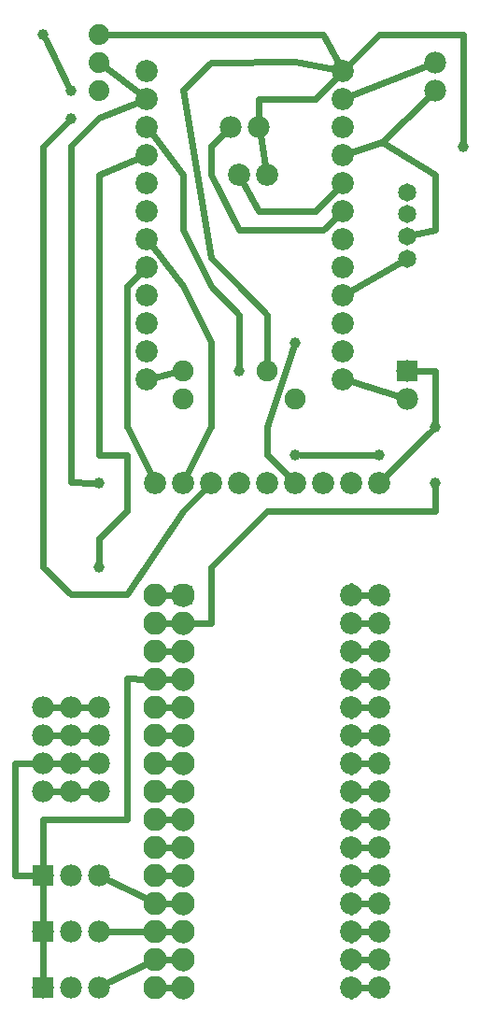
<source format=gtl>
G04 MADE WITH FRITZING*
G04 WWW.FRITZING.ORG*
G04 DOUBLE SIDED*
G04 HOLES PLATED*
G04 CONTOUR ON CENTER OF CONTOUR VECTOR*
%ASAXBY*%
%FSLAX23Y23*%
%MOIN*%
%OFA0B0*%
%SFA1.0B1.0*%
%ADD10C,0.079370*%
%ADD11C,0.078000*%
%ADD12C,0.039370*%
%ADD13C,0.074000*%
%ADD14C,0.075000*%
%ADD15C,0.065000*%
%ADD16C,0.070000*%
%ADD17C,0.083307*%
%ADD18R,0.078000X0.078000*%
%ADD19R,0.069972X0.070000*%
%ADD20C,0.024000*%
%LNCOPPER1*%
G90*
G70*
G54D10*
X1246Y1750D03*
X1246Y1650D03*
X1246Y1550D03*
X1246Y1450D03*
X1246Y1350D03*
X1246Y1250D03*
X1246Y1150D03*
X1246Y1050D03*
X1246Y950D03*
X1246Y850D03*
X1246Y750D03*
X1246Y650D03*
X1246Y550D03*
X1246Y450D03*
X1246Y350D03*
X1246Y1750D03*
X1246Y1650D03*
X1246Y1550D03*
X1246Y1450D03*
X1246Y1350D03*
X1246Y1250D03*
X1246Y1150D03*
X1246Y1050D03*
X1246Y950D03*
X1246Y850D03*
X1246Y750D03*
X1246Y650D03*
X1246Y550D03*
X1246Y450D03*
X1246Y350D03*
X1346Y350D03*
X1346Y450D03*
X1346Y550D03*
X1346Y650D03*
X1346Y750D03*
X1346Y850D03*
X1346Y950D03*
X1346Y1050D03*
X1346Y1150D03*
X1346Y1250D03*
X1346Y1350D03*
X1346Y1450D03*
X1346Y1550D03*
X1346Y1650D03*
X1346Y1750D03*
G54D11*
X1546Y3650D03*
X1546Y3550D03*
G54D12*
X1646Y3350D03*
G54D13*
X346Y3550D03*
X346Y3650D03*
X346Y3750D03*
G54D12*
X246Y3550D03*
X146Y3750D03*
X246Y3450D03*
X346Y2150D03*
X1046Y2650D03*
G54D14*
X646Y2550D03*
X946Y2550D03*
X646Y2550D03*
X946Y2550D03*
X1046Y2450D03*
X646Y2450D03*
X1046Y2450D03*
X646Y2450D03*
G54D10*
X517Y3620D03*
X517Y3520D03*
X517Y3420D03*
X517Y3320D03*
X517Y3220D03*
X517Y3120D03*
X517Y3020D03*
X517Y2920D03*
X517Y2820D03*
X517Y2720D03*
X517Y2620D03*
X517Y2520D03*
X1217Y3620D03*
X1217Y3520D03*
X1217Y3420D03*
X1217Y3320D03*
X1217Y3220D03*
X1217Y3120D03*
X1217Y3020D03*
X1217Y2920D03*
X1217Y2820D03*
X1217Y2720D03*
X1217Y2620D03*
X1217Y2520D03*
G54D11*
X1446Y2550D03*
X1446Y2450D03*
G54D10*
X1346Y2150D03*
X1246Y2150D03*
X1146Y2150D03*
X1046Y2150D03*
X946Y2150D03*
X846Y2150D03*
X746Y2150D03*
X646Y2150D03*
X546Y2150D03*
G54D15*
X1446Y2950D03*
X1446Y3029D03*
X1446Y3108D03*
X1446Y3187D03*
G54D11*
X817Y3420D03*
X917Y3420D03*
G54D10*
X846Y3250D03*
X946Y3250D03*
X846Y3250D03*
X946Y3250D03*
G54D12*
X1346Y2250D03*
X1046Y2250D03*
X1546Y2150D03*
X846Y2550D03*
X346Y1850D03*
X1546Y2350D03*
G54D16*
X646Y1750D03*
X646Y1650D03*
X646Y1550D03*
X646Y1450D03*
X646Y1350D03*
X646Y1250D03*
X646Y1150D03*
X646Y1050D03*
X646Y950D03*
X646Y850D03*
X646Y750D03*
X646Y650D03*
X646Y550D03*
X646Y450D03*
X646Y350D03*
X1246Y1750D03*
X1246Y1650D03*
X1246Y1550D03*
X1246Y1450D03*
X1246Y1350D03*
X1246Y1250D03*
X1246Y1150D03*
X1246Y1050D03*
X1246Y950D03*
X1246Y850D03*
X1246Y750D03*
X1246Y650D03*
X1246Y550D03*
X1246Y450D03*
X1246Y350D03*
G54D11*
X146Y350D03*
X246Y350D03*
X346Y350D03*
X146Y550D03*
X246Y550D03*
X346Y550D03*
X146Y750D03*
X246Y750D03*
X346Y750D03*
X246Y1350D03*
X246Y1250D03*
X246Y1150D03*
X246Y1050D03*
X346Y1350D03*
X346Y1250D03*
X346Y1150D03*
X346Y1050D03*
X146Y1350D03*
X146Y1250D03*
X146Y1150D03*
X146Y1050D03*
G54D17*
X546Y1750D03*
X546Y1650D03*
X546Y1550D03*
X546Y1450D03*
X546Y1350D03*
X546Y1250D03*
X546Y1150D03*
X546Y1050D03*
X546Y950D03*
X546Y850D03*
X546Y750D03*
X546Y650D03*
X546Y550D03*
X546Y450D03*
X546Y350D03*
X546Y1750D03*
X546Y1650D03*
X546Y1550D03*
X546Y1450D03*
X546Y1350D03*
X546Y1250D03*
X546Y1150D03*
X546Y1050D03*
X546Y950D03*
X546Y850D03*
X546Y750D03*
X546Y650D03*
X546Y550D03*
X546Y450D03*
X546Y350D03*
X646Y350D03*
X646Y450D03*
X646Y550D03*
X646Y650D03*
X646Y750D03*
X646Y850D03*
X646Y950D03*
X646Y1050D03*
X646Y1150D03*
X646Y1250D03*
X646Y1350D03*
X646Y1450D03*
X646Y1550D03*
X646Y1650D03*
X646Y1750D03*
G54D18*
X1446Y2550D03*
G54D19*
X646Y1750D03*
G54D18*
X146Y350D03*
X146Y550D03*
X146Y750D03*
G54D20*
X1144Y3749D02*
X377Y3750D01*
D02*
X1202Y3647D02*
X1144Y3749D01*
D02*
X1346Y3750D02*
X1646Y3750D01*
D02*
X1646Y3750D02*
X1646Y3369D01*
D02*
X1239Y3642D02*
X1346Y3750D01*
D02*
X1246Y3531D02*
X1518Y3639D01*
D02*
X1356Y3366D02*
X1524Y3529D01*
D02*
X154Y3733D02*
X237Y3567D01*
D02*
X246Y3351D02*
X245Y2151D01*
D02*
X245Y2151D02*
X327Y2150D01*
D02*
X346Y3451D02*
X246Y3351D01*
D02*
X489Y3508D02*
X346Y3451D01*
D02*
X370Y3631D02*
X493Y3538D01*
D02*
X146Y2951D02*
X146Y1850D01*
D02*
X245Y1751D02*
X444Y1751D01*
D02*
X444Y1751D02*
X647Y2050D01*
D02*
X647Y2050D02*
X647Y2050D01*
D02*
X146Y1850D02*
X245Y1751D01*
D02*
X647Y2050D02*
X724Y2128D01*
D02*
X145Y3350D02*
X146Y2951D01*
D02*
X232Y3437D02*
X145Y3350D01*
D02*
X1244Y2835D02*
X1425Y2939D01*
D02*
X547Y2527D02*
X618Y2544D01*
D02*
X1145Y3051D02*
X845Y3051D01*
D02*
X845Y3051D02*
X745Y3250D01*
D02*
X745Y3250D02*
X744Y3351D01*
D02*
X744Y3351D02*
X795Y3399D01*
D02*
X1195Y3098D02*
X1145Y3051D01*
D02*
X945Y2649D02*
X946Y2579D01*
D02*
X945Y2750D02*
X945Y2649D01*
D02*
X846Y2851D02*
X945Y2750D01*
D02*
X746Y2951D02*
X846Y2851D01*
D02*
X647Y3551D02*
X746Y2951D01*
D02*
X745Y3650D02*
X647Y3551D01*
D02*
X1045Y3651D02*
X745Y3650D01*
D02*
X1187Y3625D02*
X1045Y3651D01*
D02*
X1546Y3250D02*
X1547Y3051D01*
D02*
X1547Y3051D02*
X1469Y3034D01*
D02*
X1356Y3366D02*
X1546Y3250D01*
D02*
X940Y3281D02*
X922Y3390D01*
D02*
X917Y3520D02*
X917Y3450D01*
D02*
X1118Y3520D02*
X917Y3520D01*
D02*
X1196Y3598D02*
X1118Y3520D01*
D02*
X1246Y3330D02*
X1356Y3366D01*
D02*
X1118Y3120D02*
X1217Y3220D01*
D02*
X1017Y3120D02*
X1118Y3120D01*
D02*
X917Y3120D02*
X1017Y3120D01*
D02*
X860Y3223D02*
X917Y3120D01*
D02*
X1065Y2250D02*
X1327Y2250D01*
D02*
X647Y3250D02*
X536Y3395D01*
D02*
X647Y3051D02*
X647Y3250D01*
D02*
X745Y2851D02*
X647Y3051D01*
D02*
X846Y2750D02*
X745Y2851D01*
D02*
X846Y2569D02*
X846Y2750D01*
D02*
X945Y2350D02*
X945Y2249D01*
D02*
X945Y2249D02*
X1024Y2172D01*
D02*
X1040Y2632D02*
X945Y2350D01*
D02*
X346Y2249D02*
X346Y3250D01*
D02*
X346Y3250D02*
X489Y3308D01*
D02*
X444Y2050D02*
X444Y2249D01*
D02*
X444Y2249D02*
X346Y2249D01*
D02*
X346Y1951D02*
X444Y2050D01*
D02*
X346Y1869D02*
X346Y1951D01*
D02*
X1246Y2050D02*
X1547Y2050D01*
D02*
X945Y2050D02*
X1246Y2050D01*
D02*
X1547Y2050D02*
X1546Y2131D01*
D02*
X745Y1850D02*
X945Y2050D01*
D02*
X745Y1650D02*
X745Y1850D01*
D02*
X675Y1650D02*
X745Y1650D01*
D02*
X444Y2851D02*
X495Y2899D01*
D02*
X444Y2350D02*
X444Y2851D01*
D02*
X532Y2178D02*
X444Y2351D01*
D02*
X647Y2851D02*
X536Y2995D01*
D02*
X745Y2651D02*
X647Y2851D01*
D02*
X745Y2350D02*
X745Y2651D01*
D02*
X659Y2178D02*
X745Y2351D01*
D02*
X1532Y2337D02*
X1367Y2172D01*
D02*
X646Y1779D02*
X646Y1718D01*
D02*
X646Y1679D02*
X646Y1618D01*
D02*
X646Y1379D02*
X646Y1318D01*
D02*
X646Y1479D02*
X646Y1418D01*
D02*
X646Y1579D02*
X646Y1518D01*
D02*
X646Y379D02*
X646Y318D01*
D02*
X646Y479D02*
X646Y418D01*
D02*
X646Y579D02*
X646Y518D01*
D02*
X646Y679D02*
X646Y618D01*
D02*
X646Y779D02*
X646Y718D01*
D02*
X646Y879D02*
X646Y818D01*
D02*
X646Y979D02*
X646Y918D01*
D02*
X646Y1079D02*
X646Y1018D01*
D02*
X646Y1179D02*
X646Y1118D01*
D02*
X646Y1279D02*
X646Y1218D01*
D02*
X1246Y1079D02*
X1246Y1020D01*
D02*
X1246Y1179D02*
X1246Y1120D01*
D02*
X1246Y1279D02*
X1246Y1220D01*
D02*
X1246Y1379D02*
X1246Y1320D01*
D02*
X1246Y1479D02*
X1246Y1420D01*
D02*
X1246Y1579D02*
X1246Y1520D01*
D02*
X1246Y1721D02*
X1246Y1781D01*
D02*
X615Y550D02*
X576Y550D01*
D02*
X615Y450D02*
X576Y450D01*
D02*
X615Y350D02*
X576Y350D01*
D02*
X1246Y379D02*
X1246Y320D01*
D02*
X1246Y479D02*
X1246Y420D01*
D02*
X1246Y579D02*
X1246Y520D01*
D02*
X1246Y679D02*
X1246Y620D01*
D02*
X1246Y779D02*
X1246Y720D01*
D02*
X1246Y879D02*
X1246Y820D01*
D02*
X1246Y979D02*
X1246Y920D01*
D02*
X615Y1550D02*
X576Y1550D01*
D02*
X615Y1450D02*
X576Y1450D01*
D02*
X615Y1350D02*
X576Y1350D01*
D02*
X615Y1250D02*
X576Y1250D01*
D02*
X615Y1150D02*
X576Y1150D01*
D02*
X615Y1050D02*
X576Y1050D01*
D02*
X615Y950D02*
X576Y950D01*
D02*
X615Y850D02*
X576Y850D01*
D02*
X615Y750D02*
X576Y750D01*
D02*
X615Y650D02*
X576Y650D01*
D02*
X1276Y1050D02*
X1315Y1050D01*
D02*
X1276Y1150D02*
X1315Y1150D01*
D02*
X1276Y1250D02*
X1315Y1250D01*
D02*
X1315Y1350D02*
X1276Y1350D01*
D02*
X1315Y1450D02*
X1276Y1450D01*
D02*
X1315Y1550D02*
X1276Y1550D01*
D02*
X1315Y1650D02*
X1276Y1650D01*
D02*
X1315Y1750D02*
X1276Y1750D01*
D02*
X615Y1750D02*
X576Y1750D01*
D02*
X616Y1650D02*
X578Y1650D01*
D02*
X1276Y350D02*
X1315Y350D01*
D02*
X1276Y450D02*
X1315Y450D01*
D02*
X1276Y550D02*
X1315Y550D01*
D02*
X1276Y650D02*
X1315Y650D01*
D02*
X1276Y750D02*
X1315Y750D01*
D02*
X1276Y850D02*
X1315Y850D01*
D02*
X1276Y950D02*
X1315Y950D01*
D02*
X372Y737D02*
X518Y664D01*
D02*
X376Y550D02*
X515Y550D01*
D02*
X372Y364D02*
X518Y437D01*
D02*
X1547Y2550D02*
X1476Y2550D01*
D02*
X1546Y2369D02*
X1547Y2550D01*
D02*
X1247Y2511D02*
X1417Y2459D01*
D02*
X176Y1250D02*
X215Y1250D01*
D02*
X276Y1250D02*
X315Y1250D01*
D02*
X176Y1350D02*
X215Y1350D01*
D02*
X276Y1350D02*
X315Y1350D01*
D02*
X146Y380D02*
X146Y520D01*
D02*
X146Y580D02*
X146Y720D01*
D02*
X346Y950D02*
X444Y950D01*
D02*
X146Y950D02*
X346Y950D01*
D02*
X444Y1451D02*
X513Y1450D01*
D02*
X444Y950D02*
X444Y1451D01*
D02*
X146Y780D02*
X146Y950D01*
D02*
X45Y750D02*
X45Y1150D01*
D02*
X45Y1150D02*
X115Y1150D01*
D02*
X115Y750D02*
X45Y750D01*
D02*
X276Y1150D02*
X315Y1150D01*
D02*
X276Y1050D02*
X315Y1050D01*
D02*
X215Y1050D02*
X176Y1050D01*
D02*
X176Y1150D02*
X215Y1150D01*
G04 End of Copper1*
M02*
</source>
